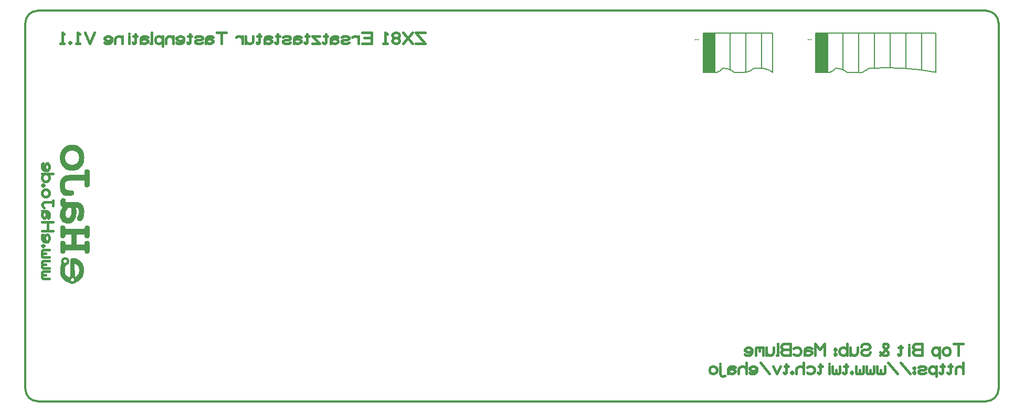
<source format=gbr>
G04 GENERATED BY PULSONIX 12.5 GERBER.DLL 9449*
G04 #@! TF.GenerationSoftware,Pulsonix,Pulsonix,12.5.9449*
G04 #@! TF.CreationDate,2024-10-25T19:42:57--1:00*
G04 #@! TF.Part,Single*
%FSLAX35Y35*%
%LPD*%
%MOMM*%
G04 #@! TF.FileFunction,Legend,Bot*
G04 #@! TF.FilePolarity,Positive*
%ADD97C,0.00001*%
G04 #@! TA.AperFunction,Profile*
%ADD98C,0.30000*%
G04 #@! TD.AperFunction*
%ADD99C,0.45000*%
G04 #@! TA.AperFunction,Material*
%ADD112C,0.02500*%
%ADD113C,0.12700*%
G04 #@! TD.AperFunction*
%ADD114C,0.12192*%
G04 #@! TD.AperFunction*
X0Y0D02*
D02*
D97*
X1678320Y3331836D02*
X1362891D01*
Y3346484D01*
X1360937Y3359180D01*
X1358984Y3367969D01*
X1356055Y3373828D01*
X1350195Y3379688D01*
X1343359Y3383594D01*
X1335547Y3386523D01*
X1326758Y3387500D01*
X1316992Y3386523D01*
X1308203Y3384570D01*
X1301367Y3379688D01*
X1296484Y3374805D01*
X1294531Y3370898D01*
X1292578Y3366992D01*
X1290625Y3362109D01*
X1289648Y3356250D01*
X1288672Y3348438D01*
X1287695Y3340625D01*
Y3330859D01*
Y3321094D01*
Y3243945D01*
Y3228320D01*
X1289648Y3215625D01*
X1292578Y3205859D01*
X1296484Y3198047D01*
X1301367Y3193164D01*
X1308203Y3189258D01*
X1316016Y3186328D01*
X1325781D01*
X1336523Y3187305D01*
X1344336Y3190234D01*
X1352148Y3194141D01*
X1358008Y3200977D01*
X1360937Y3208789D01*
X1362891Y3218555D01*
X1363867Y3230273D01*
X1364844Y3243945D01*
Y3249805D01*
X1466406D01*
Y3075000D01*
X1364844D01*
Y3088672D01*
X1363867Y3099414D01*
X1362891Y3109180D01*
X1359961Y3117969D01*
X1356055Y3124805D01*
X1350195Y3131641D01*
X1343359Y3135547D01*
X1335547Y3138477D01*
X1326758Y3139453D01*
X1316992Y3138477D01*
X1308203Y3136523D01*
X1301367Y3132617D01*
X1296484Y3127734D01*
X1292578Y3120898D01*
X1289648Y3111133D01*
X1287695Y3099414D01*
Y3085742D01*
Y2987109D01*
Y2974414D01*
X1289648Y2962695D01*
X1293555Y2953906D01*
X1297461Y2948047D01*
X1303320Y2943164D01*
X1310156Y2940234D01*
X1317969Y2938281D01*
X1326758Y2937305D01*
X1336523Y2938281D01*
X1344336Y2941211D01*
X1351172Y2945117D01*
X1356055Y2950000D01*
X1358984Y2956836D01*
X1360937Y2965625D01*
X1362891Y2978320D01*
Y2992969D01*
X1678320D01*
X1679297Y2978320D01*
X1681250Y2965625D01*
X1684180Y2956836D01*
X1687109Y2950000D01*
X1691992Y2945117D01*
X1698828Y2941211D01*
X1707617Y2938281D01*
X1717383Y2937305D01*
X1726172Y2938281D01*
X1733984Y2940234D01*
X1739844Y2943164D01*
X1745703Y2948047D01*
X1750586Y2954883D01*
X1753516Y2963672D01*
X1755469Y2975391D01*
Y2989063D01*
Y3081836D01*
Y3097461D01*
X1753516Y3109180D01*
X1751562Y3118945D01*
X1747656Y3125781D01*
X1742773Y3131641D01*
X1735937Y3136523D01*
X1727148Y3138477D01*
X1717383Y3139453D01*
X1707617Y3138477D01*
X1698828Y3135547D01*
X1691992Y3130664D01*
X1686133Y3123828D01*
X1683203Y3116016D01*
X1680273Y3106250D01*
X1679297Y3093555D01*
X1678320Y3079883D01*
Y3075000D01*
X1540625D01*
Y3249805D01*
X1678320D01*
Y3236133D01*
X1679297Y3224414D01*
X1681250Y3214648D01*
X1683203Y3206836D01*
X1687109Y3200000D01*
X1692969Y3193164D01*
X1699805Y3189258D01*
X1707617Y3187305D01*
X1717383Y3186328D01*
X1727148Y3187305D01*
X1735937Y3189258D01*
X1742773Y3193164D01*
X1747656Y3200000D01*
X1751562Y3206836D01*
X1753516Y3216602D01*
X1755469Y3230273D01*
Y3247852D01*
Y3336719D01*
Y3350391D01*
X1753516Y3361133D01*
X1750586Y3369922D01*
X1745703Y3376758D01*
X1739844Y3381641D01*
X1733984Y3384570D01*
X1726172Y3386523D01*
X1717383Y3387500D01*
X1707617Y3386523D01*
X1699805Y3384570D01*
X1692969Y3379688D01*
X1687109Y3374805D01*
X1684180Y3367969D01*
X1681250Y3359180D01*
X1679297Y3346484D01*
X1678320Y3331836D01*
G36*
X1678320Y3331836D02*
X1362891D01*
Y3346484D01*
X1360937Y3359180D01*
X1358984Y3367969D01*
X1356055Y3373828D01*
X1350195Y3379688D01*
X1343359Y3383594D01*
X1335547Y3386523D01*
X1326758Y3387500D01*
X1316992Y3386523D01*
X1308203Y3384570D01*
X1301367Y3379688D01*
X1296484Y3374805D01*
X1294531Y3370898D01*
X1292578Y3366992D01*
X1290625Y3362109D01*
X1289648Y3356250D01*
X1288672Y3348438D01*
X1287695Y3340625D01*
Y3330859D01*
Y3321094D01*
Y3243945D01*
Y3228320D01*
X1289648Y3215625D01*
X1292578Y3205859D01*
X1296484Y3198047D01*
X1301367Y3193164D01*
X1308203Y3189258D01*
X1316016Y3186328D01*
X1325781D01*
X1336523Y3187305D01*
X1344336Y3190234D01*
X1352148Y3194141D01*
X1358008Y3200977D01*
X1360937Y3208789D01*
X1362891Y3218555D01*
X1363867Y3230273D01*
X1364844Y3243945D01*
Y3249805D01*
X1466406D01*
Y3075000D01*
X1364844D01*
Y3088672D01*
X1363867Y3099414D01*
X1362891Y3109180D01*
X1359961Y3117969D01*
X1356055Y3124805D01*
X1350195Y3131641D01*
X1343359Y3135547D01*
X1335547Y3138477D01*
X1326758Y3139453D01*
X1316992Y3138477D01*
X1308203Y3136523D01*
X1301367Y3132617D01*
X1296484Y3127734D01*
X1292578Y3120898D01*
X1289648Y3111133D01*
X1287695Y3099414D01*
Y3085742D01*
Y2987109D01*
Y2974414D01*
X1289648Y2962695D01*
X1293555Y2953906D01*
X1297461Y2948047D01*
X1303320Y2943164D01*
X1310156Y2940234D01*
X1317969Y2938281D01*
X1326758Y2937305D01*
X1336523Y2938281D01*
X1344336Y2941211D01*
X1351172Y2945117D01*
X1356055Y2950000D01*
X1358984Y2956836D01*
X1360937Y2965625D01*
X1362891Y2978320D01*
Y2992969D01*
X1678320D01*
X1679297Y2978320D01*
X1681250Y2965625D01*
X1684180Y2956836D01*
X1687109Y2950000D01*
X1691992Y2945117D01*
X1698828Y2941211D01*
X1707617Y2938281D01*
X1717383Y2937305D01*
X1726172Y2938281D01*
X1733984Y2940234D01*
X1739844Y2943164D01*
X1745703Y2948047D01*
X1750586Y2954883D01*
X1753516Y2963672D01*
X1755469Y2975391D01*
Y2989063D01*
Y3081836D01*
Y3097461D01*
X1753516Y3109180D01*
X1751562Y3118945D01*
X1747656Y3125781D01*
X1742773Y3131641D01*
X1735937Y3136523D01*
X1727148Y3138477D01*
X1717383Y3139453D01*
X1707617Y3138477D01*
X1698828Y3135547D01*
X1691992Y3130664D01*
X1686133Y3123828D01*
X1683203Y3116016D01*
X1680273Y3106250D01*
X1679297Y3093555D01*
X1678320Y3079883D01*
Y3075000D01*
X1540625D01*
Y3249805D01*
X1678320D01*
Y3236133D01*
X1679297Y3224414D01*
X1681250Y3214648D01*
X1683203Y3206836D01*
X1687109Y3200000D01*
X1692969Y3193164D01*
X1699805Y3189258D01*
X1707617Y3187305D01*
X1717383Y3186328D01*
X1727148Y3187305D01*
X1735937Y3189258D01*
X1742773Y3193164D01*
X1747656Y3200000D01*
X1751562Y3206836D01*
X1753516Y3216602D01*
X1755469Y3230273D01*
Y3247852D01*
Y3336719D01*
Y3350391D01*
X1753516Y3361133D01*
X1750586Y3369922D01*
X1745703Y3376758D01*
X1739844Y3381641D01*
X1733984Y3384570D01*
X1726172Y3386523D01*
X1717383Y3387500D01*
X1707617Y3386523D01*
X1699805Y3384570D01*
X1692969Y3379688D01*
X1687109Y3374805D01*
X1684180Y3367969D01*
X1681250Y3359180D01*
X1679297Y3346484D01*
X1678320Y3331836D01*
G37*
X1331641Y3826953D02*
X1322852Y3825977D01*
X1315039Y3824023D01*
X1309180Y3820117D01*
X1303320Y3815234D01*
X1298437Y3808398D01*
X1295508Y3801563D01*
X1293555Y3793750D01*
Y3783984D01*
Y3726367D01*
Y3719531D01*
X1295508Y3712695D01*
X1298437Y3706836D01*
X1301367Y3700977D01*
X1313086Y3693164D01*
X1328711Y3688281D01*
X1319922Y3676563D01*
X1312109Y3662891D01*
X1305273Y3650195D01*
X1299414Y3635547D01*
X1292578Y3616992D01*
X1287695Y3598438D01*
X1284766Y3578906D01*
X1283789Y3558398D01*
X1284766Y3543750D01*
X1285742Y3530078D01*
X1288672Y3517383D01*
X1292578Y3504688D01*
X1297461Y3492969D01*
X1303320Y3481250D01*
X1310156Y3471484D01*
X1317969Y3461719D01*
X1326758Y3452930D01*
X1336523Y3445117D01*
X1346289Y3438281D01*
X1357031Y3433398D01*
X1368750Y3429492D01*
X1380469Y3426563D01*
X1393164Y3424609D01*
X1405859Y3423633D01*
X1421484Y3424609D01*
X1437109Y3426563D01*
X1450781Y3430469D01*
X1463477Y3436328D01*
X1476172Y3443164D01*
X1486914Y3451953D01*
X1497656Y3462695D01*
X1506445Y3474414D01*
X1514258Y3487109D01*
X1522070Y3500781D01*
X1527930Y3515430D01*
X1532812Y3531055D01*
X1535742Y3547656D01*
X1538672Y3566211D01*
X1540625Y3585742D01*
Y3606250D01*
Y3628711D01*
X1538672Y3651172D01*
X1533789Y3682422D01*
X1546484Y3680469D01*
X1557227Y3676563D01*
X1566992Y3671680D01*
X1574805Y3664844D01*
X1581641Y3656055D01*
X1587500Y3643359D01*
X1590430Y3628711D01*
X1591406Y3611133D01*
X1590430Y3598438D01*
X1587500Y3583789D01*
X1583594Y3568164D01*
X1576758Y3551563D01*
X1569922Y3533984D01*
X1565039Y3520313D01*
X1562109Y3508594D01*
X1561133Y3499805D01*
X1562109Y3491992D01*
X1564062Y3485156D01*
X1567969Y3478320D01*
X1572852Y3473438D01*
X1579687Y3468555D01*
X1586523Y3465625D01*
X1595312Y3463672D01*
X1604102Y3462695D01*
X1610937Y3463672D01*
X1618750Y3465625D01*
X1624609Y3469531D01*
X1631445Y3475391D01*
X1637305Y3482227D01*
X1642187Y3491016D01*
X1647070Y3500781D01*
X1651953Y3512500D01*
X1658789Y3534961D01*
X1663672Y3561328D01*
X1666602Y3589648D01*
X1667578Y3621875D01*
X1666602Y3638477D01*
X1664648Y3654102D01*
X1662695Y3668750D01*
X1657812Y3682422D01*
X1652930Y3695117D01*
X1647070Y3706836D01*
X1639258Y3717578D01*
X1631445Y3727344D01*
X1621680Y3736133D01*
X1610937Y3743945D01*
X1599219Y3749805D01*
X1586523Y3754688D01*
X1572852Y3759570D01*
X1558203Y3761523D01*
X1542578Y3763477D01*
X1525000Y3764453D01*
X1369727D01*
Y3770313D01*
X1368750Y3783984D01*
X1367773Y3795703D01*
X1365820Y3804492D01*
X1362891Y3812305D01*
X1357031Y3818164D01*
X1350195Y3823047D01*
X1342383Y3825977D01*
X1331641Y3826953D01*
X1466406Y3653125D02*
X1468359Y3635547D01*
X1469336Y3616992D01*
X1467383Y3591602D01*
X1464453Y3570117D01*
X1459570Y3550586D01*
X1451758Y3533984D01*
X1442969Y3522266D01*
X1433203Y3514453D01*
X1422461Y3508594D01*
X1410742Y3507617D01*
X1400977Y3508594D01*
X1393164Y3511523D01*
X1386328Y3516406D01*
X1379492Y3523242D01*
X1372656Y3532031D01*
X1368750Y3542773D01*
X1365820Y3554492D01*
X1364844Y3567188D01*
X1365820Y3588672D01*
X1370703Y3609180D01*
X1377539Y3629688D01*
X1388281Y3648242D01*
X1393164Y3656055D01*
X1398047Y3662891D01*
X1403906Y3668750D01*
X1408789Y3673633D01*
X1413672Y3677539D01*
X1418555Y3680469D01*
X1423437Y3681445D01*
X1428320Y3682422D01*
X1460547D01*
X1466406Y3653125D01*
X1283789Y3558398D02*
G36*
X1283789Y3558398D02*
X1284766Y3543750D01*
X1285742Y3530078D01*
X1288672Y3517383D01*
X1292578Y3504688D01*
X1297461Y3492969D01*
X1303320Y3481250D01*
X1310156Y3471484D01*
X1317969Y3461719D01*
X1326758Y3452930D01*
X1336523Y3445117D01*
X1346289Y3438281D01*
X1357031Y3433398D01*
X1368750Y3429492D01*
X1380469Y3426563D01*
X1393164Y3424609D01*
X1405859Y3423633D01*
X1421484Y3424609D01*
X1437109Y3426563D01*
X1450781Y3430469D01*
X1463477Y3436328D01*
X1476172Y3443164D01*
X1486914Y3451953D01*
X1497656Y3462695D01*
X1506445Y3474414D01*
X1514258Y3487109D01*
X1522070Y3500781D01*
X1527930Y3515430D01*
X1532812Y3531055D01*
X1535742Y3547656D01*
X1538672Y3566211D01*
X1540625Y3585742D01*
Y3595019D01*
X1467646D01*
X1467383Y3591602D01*
X1464453Y3570117D01*
X1459570Y3550586D01*
X1451758Y3533984D01*
X1442969Y3522266D01*
X1433203Y3514453D01*
X1422461Y3508594D01*
X1410742Y3507617D01*
X1400977Y3508594D01*
X1393164Y3511523D01*
X1386328Y3516406D01*
X1379492Y3523242D01*
X1372656Y3532031D01*
X1368750Y3542773D01*
X1365820Y3554492D01*
X1364844Y3567188D01*
X1365820Y3588672D01*
X1367331Y3595019D01*
X1287182D01*
X1284766Y3578906D01*
X1283789Y3558398D01*
G37*
X1561133Y3499805D02*
G36*
X1561133Y3499805D02*
X1562109Y3491992D01*
X1564062Y3485156D01*
X1567969Y3478320D01*
X1572852Y3473438D01*
X1579687Y3468555D01*
X1586523Y3465625D01*
X1595312Y3463672D01*
X1604102Y3462695D01*
X1610937Y3463672D01*
X1618750Y3465625D01*
X1624609Y3469531D01*
X1631445Y3475391D01*
X1637305Y3482227D01*
X1642187Y3491016D01*
X1647070Y3500781D01*
X1651953Y3512500D01*
X1658789Y3534961D01*
X1663672Y3561328D01*
X1666602Y3589648D01*
X1666765Y3595019D01*
X1589746D01*
X1587500Y3583789D01*
X1583594Y3568164D01*
X1576758Y3551563D01*
X1569922Y3533984D01*
X1565039Y3520313D01*
X1562109Y3508594D01*
X1561133Y3499805D01*
G37*
X1287182Y3595019D02*
G36*
X1287182Y3595019D02*
X1367331D01*
X1370703Y3609180D01*
X1377539Y3629688D01*
X1388281Y3648242D01*
X1393164Y3656055D01*
X1398047Y3662891D01*
X1403906Y3668750D01*
X1408789Y3673633D01*
X1413672Y3677539D01*
X1418555Y3680469D01*
X1423437Y3681445D01*
X1428320Y3682422D01*
X1460547D01*
X1466406Y3653125D01*
X1468359Y3635547D01*
X1469336Y3616992D01*
X1467646Y3595019D01*
X1540625D01*
Y3606250D01*
Y3628711D01*
X1538672Y3651172D01*
X1533789Y3682422D01*
X1546484Y3680469D01*
X1557227Y3676563D01*
X1566992Y3671680D01*
X1574805Y3664844D01*
X1581641Y3656055D01*
X1587500Y3643359D01*
X1590430Y3628711D01*
X1591406Y3611133D01*
X1590430Y3598438D01*
X1589746Y3595019D01*
X1666765D01*
X1667578Y3621875D01*
X1666602Y3638477D01*
X1664648Y3654102D01*
X1662695Y3668750D01*
X1657812Y3682422D01*
X1652930Y3695117D01*
X1647070Y3706836D01*
X1639258Y3717578D01*
X1631445Y3727344D01*
X1621680Y3736133D01*
X1610937Y3743945D01*
X1599219Y3749805D01*
X1586523Y3754688D01*
X1572852Y3759570D01*
X1558203Y3761523D01*
X1542578Y3763477D01*
X1525000Y3764453D01*
X1369727D01*
Y3770313D01*
X1368750Y3783984D01*
X1367773Y3795703D01*
X1365820Y3804492D01*
X1362891Y3812305D01*
X1357031Y3818164D01*
X1350195Y3823047D01*
X1342383Y3825977D01*
X1331641Y3826953D01*
X1322852Y3825977D01*
X1315039Y3824023D01*
X1309180Y3820117D01*
X1303320Y3815234D01*
X1298437Y3808398D01*
X1295508Y3801563D01*
X1293555Y3793750D01*
Y3783984D01*
Y3726367D01*
Y3719531D01*
X1295508Y3712695D01*
X1298437Y3706836D01*
X1301367Y3700977D01*
X1313086Y3693164D01*
X1328711Y3688281D01*
X1319922Y3676563D01*
X1312109Y3662891D01*
X1305273Y3650195D01*
X1299414Y3635547D01*
X1292578Y3616992D01*
X1287695Y3598438D01*
X1287182Y3595019D01*
G37*
X1717383Y4292773D02*
X1707617Y4291797D01*
X1698828Y4288867D01*
X1691992Y4284961D01*
X1686133Y4279102D01*
X1683203Y4272266D01*
X1680273Y4263477D01*
X1679297Y4251758D01*
X1678320Y4237109D01*
Y4201953D01*
X1453711D01*
X1432227Y4200977D01*
X1412695Y4199023D01*
X1394141Y4196094D01*
X1376562Y4192188D01*
X1360937Y4186328D01*
X1347266Y4179492D01*
X1334570Y4171680D01*
X1323828Y4162891D01*
X1314062Y4152148D01*
X1306250Y4139453D01*
X1298437Y4126758D01*
X1292578Y4111133D01*
X1288672Y4095508D01*
X1284766Y4076953D01*
X1282812Y4058398D01*
Y4037891D01*
Y4019336D01*
X1284766Y4001758D01*
X1286719Y3985156D01*
X1290625Y3968555D01*
X1294531Y3952930D01*
X1301367Y3936328D01*
X1308203Y3919727D01*
X1316992Y3903125D01*
X1320898Y3895313D01*
X1325781Y3889453D01*
X1329687Y3884570D01*
X1334570Y3881641D01*
X1340430Y3879688D01*
X1347266Y3877734D01*
X1356055Y3876758D01*
X1365820D01*
X1452734D01*
X1467383D01*
X1478125Y3878711D01*
X1486914Y3880664D01*
X1492773Y3884570D01*
X1497656Y3889453D01*
X1501562Y3896289D01*
X1503516Y3903125D01*
X1504492Y3910938D01*
X1502539Y3923633D01*
X1498633Y3933398D01*
X1491797Y3942188D01*
X1482031Y3947070D01*
X1477148Y3949023D01*
X1471289Y3950977D01*
X1467383D01*
X1462500Y3951953D01*
X1457617D01*
X1450781D01*
X1446875D01*
X1426367Y3952930D01*
X1407812Y3955859D01*
X1396094Y3959766D01*
X1385352Y3966602D01*
X1376562Y3973438D01*
X1367773Y3982227D01*
X1361914Y3993945D01*
X1357031Y4005664D01*
X1355078Y4019336D01*
X1354102Y4033984D01*
X1355078Y4055469D01*
X1359961Y4073047D01*
X1367773Y4087695D01*
X1378516Y4099414D01*
X1385352Y4103320D01*
X1392187Y4108203D01*
X1401953Y4111133D01*
X1411719Y4114063D01*
X1423437Y4116016D01*
X1435156Y4117969D01*
X1448828Y4118945D01*
X1463477D01*
X1678320D01*
Y4065234D01*
X1679297Y4049609D01*
X1680273Y4037891D01*
X1683203Y4029102D01*
X1686133Y4022266D01*
X1691992Y4016406D01*
X1698828Y4011523D01*
X1707617Y4009570D01*
X1717383Y4008594D01*
X1726172D01*
X1733984Y4010547D01*
X1739844Y4014453D01*
X1745703Y4018359D01*
X1750586Y4024219D01*
X1753516Y4031055D01*
X1755469Y4038867D01*
Y4047656D01*
Y4254688D01*
Y4263477D01*
X1753516Y4271289D01*
X1749609Y4277148D01*
X1744727Y4283008D01*
X1738867Y4286914D01*
X1733008Y4289844D01*
X1725195Y4291797D01*
X1717383Y4292773D01*
G36*
X1717383Y4292773D02*
X1707617Y4291797D01*
X1698828Y4288867D01*
X1691992Y4284961D01*
X1686133Y4279102D01*
X1683203Y4272266D01*
X1680273Y4263477D01*
X1679297Y4251758D01*
X1678320Y4237109D01*
Y4201953D01*
X1453711D01*
X1432227Y4200977D01*
X1412695Y4199023D01*
X1394141Y4196094D01*
X1376562Y4192188D01*
X1360937Y4186328D01*
X1347266Y4179492D01*
X1334570Y4171680D01*
X1323828Y4162891D01*
X1314062Y4152148D01*
X1306250Y4139453D01*
X1298437Y4126758D01*
X1292578Y4111133D01*
X1288672Y4095508D01*
X1284766Y4076953D01*
X1282812Y4058398D01*
Y4037891D01*
Y4019336D01*
X1284766Y4001758D01*
X1286719Y3985156D01*
X1290625Y3968555D01*
X1294531Y3952930D01*
X1301367Y3936328D01*
X1308203Y3919727D01*
X1316992Y3903125D01*
X1320898Y3895313D01*
X1325781Y3889453D01*
X1329687Y3884570D01*
X1334570Y3881641D01*
X1340430Y3879688D01*
X1347266Y3877734D01*
X1356055Y3876758D01*
X1365820D01*
X1452734D01*
X1467383D01*
X1478125Y3878711D01*
X1486914Y3880664D01*
X1492773Y3884570D01*
X1497656Y3889453D01*
X1501562Y3896289D01*
X1503516Y3903125D01*
X1504492Y3910938D01*
X1502539Y3923633D01*
X1498633Y3933398D01*
X1491797Y3942188D01*
X1482031Y3947070D01*
X1477148Y3949023D01*
X1471289Y3950977D01*
X1467383D01*
X1462500Y3951953D01*
X1457617D01*
X1450781D01*
X1446875D01*
X1426367Y3952930D01*
X1407812Y3955859D01*
X1396094Y3959766D01*
X1385352Y3966602D01*
X1376562Y3973438D01*
X1367773Y3982227D01*
X1361914Y3993945D01*
X1357031Y4005664D01*
X1355078Y4019336D01*
X1354102Y4033984D01*
X1355078Y4055469D01*
X1359961Y4073047D01*
X1367773Y4087695D01*
X1378516Y4099414D01*
X1385352Y4103320D01*
X1392187Y4108203D01*
X1401953Y4111133D01*
X1411719Y4114063D01*
X1423437Y4116016D01*
X1435156Y4117969D01*
X1448828Y4118945D01*
X1463477D01*
X1678320D01*
Y4065234D01*
X1679297Y4049609D01*
X1680273Y4037891D01*
X1683203Y4029102D01*
X1686133Y4022266D01*
X1691992Y4016406D01*
X1698828Y4011523D01*
X1707617Y4009570D01*
X1717383Y4008594D01*
X1726172D01*
X1733984Y4010547D01*
X1739844Y4014453D01*
X1745703Y4018359D01*
X1750586Y4024219D01*
X1753516Y4031055D01*
X1755469Y4038867D01*
Y4047656D01*
Y4254688D01*
Y4263477D01*
X1753516Y4271289D01*
X1749609Y4277148D01*
X1744727Y4283008D01*
X1738867Y4286914D01*
X1733008Y4289844D01*
X1725195Y4291797D01*
X1717383Y4292773D01*
G37*
X1476172Y4688281D02*
X1455664Y4687305D01*
X1436133Y4685352D01*
X1416602Y4680469D01*
X1399023Y4674609D01*
X1382422Y4665820D01*
X1366797Y4656055D01*
X1351172Y4644336D01*
X1337500Y4630664D01*
X1324805Y4616016D01*
X1314062Y4600391D01*
X1305273Y4582813D01*
X1297461Y4565234D01*
X1291602Y4545703D01*
X1287695Y4526172D01*
X1284766Y4504688D01*
X1283789Y4482227D01*
X1284766Y4459766D01*
X1287695Y4439258D01*
X1291602Y4418750D01*
X1297461Y4400195D01*
X1305273Y4382617D01*
X1314062Y4365039D01*
X1324805Y4349414D01*
X1337500Y4334766D01*
X1351172Y4321094D01*
X1366797Y4309375D01*
X1382422Y4299609D01*
X1399023Y4290820D01*
X1416602Y4284961D01*
X1435156Y4280078D01*
X1454687Y4278125D01*
X1475195Y4277148D01*
X1495703Y4278125D01*
X1516211Y4280078D01*
X1534766Y4284961D01*
X1552344Y4290820D01*
X1568945Y4299609D01*
X1584570Y4309375D01*
X1600195Y4321094D01*
X1613867Y4334766D01*
X1626562Y4349414D01*
X1637305Y4365039D01*
X1646094Y4382617D01*
X1653906Y4400195D01*
X1659766Y4418750D01*
X1663672Y4439258D01*
X1666602Y4460742D01*
X1667578Y4482227D01*
X1666602Y4504688D01*
X1663672Y4526172D01*
X1659766Y4545703D01*
X1653906Y4565234D01*
X1646094Y4582813D01*
X1637305Y4600391D01*
X1626562Y4616016D01*
X1613867Y4630664D01*
X1600195Y4644336D01*
X1584570Y4656055D01*
X1568945Y4665820D01*
X1552344Y4674609D01*
X1534766Y4680469D01*
X1516211Y4685352D01*
X1496680Y4687305D01*
X1476172Y4688281D01*
Y4366016D02*
X1463477Y4366992D01*
X1451758Y4367969D01*
X1440039Y4370898D01*
X1429297Y4373828D01*
X1419531Y4378711D01*
X1409766Y4384570D01*
X1400977Y4391406D01*
X1392187Y4398242D01*
X1384375Y4407031D01*
X1377539Y4415820D01*
X1372656Y4425586D01*
X1367773Y4435352D01*
X1363867Y4447070D01*
X1361914Y4457813D01*
X1359961Y4470508D01*
Y4483203D01*
Y4494922D01*
X1361914Y4507617D01*
X1363867Y4519336D01*
X1367773Y4530078D01*
X1372656Y4539844D01*
X1377539Y4549609D01*
X1384375Y4558398D01*
X1392187Y4567188D01*
X1400977Y4575000D01*
X1409766Y4581836D01*
X1419531Y4587695D01*
X1429297Y4591602D01*
X1440039Y4595508D01*
X1450781Y4598438D01*
X1463477Y4599414D01*
X1475195Y4600391D01*
X1487891Y4599414D01*
X1499609Y4598438D01*
X1511328Y4595508D01*
X1522070Y4591602D01*
X1531836Y4587695D01*
X1541602Y4581836D01*
X1551367Y4575000D01*
X1559180Y4567188D01*
X1566992Y4558398D01*
X1573828Y4549609D01*
X1579687Y4539844D01*
X1584570Y4530078D01*
X1587500Y4519336D01*
X1590430Y4507617D01*
X1591406Y4494922D01*
X1592383Y4483203D01*
X1591406Y4470508D01*
X1590430Y4457813D01*
X1587500Y4447070D01*
X1584570Y4435352D01*
X1579687Y4425586D01*
X1573828Y4415820D01*
X1566992Y4407031D01*
X1559180Y4398242D01*
X1551367Y4391406D01*
X1541602Y4384570D01*
X1532812Y4378711D01*
X1522070Y4373828D01*
X1511328Y4370898D01*
X1500586Y4367969D01*
X1488867Y4366992D01*
X1476172Y4366016D01*
X1283831Y4483203D02*
G36*
X1283831Y4483203D02*
X1359961D01*
Y4494922D01*
X1361914Y4507617D01*
X1363867Y4519336D01*
X1367773Y4530078D01*
X1372656Y4539844D01*
X1377539Y4549609D01*
X1384375Y4558398D01*
X1392187Y4567188D01*
X1400977Y4575000D01*
X1409766Y4581836D01*
X1419531Y4587695D01*
X1429297Y4591602D01*
X1440039Y4595508D01*
X1450781Y4598438D01*
X1463477Y4599414D01*
X1475195Y4600391D01*
X1487891Y4599414D01*
X1499609Y4598438D01*
X1511328Y4595508D01*
X1522070Y4591602D01*
X1531836Y4587695D01*
X1541602Y4581836D01*
X1551367Y4575000D01*
X1559180Y4567188D01*
X1566992Y4558398D01*
X1573828Y4549609D01*
X1579687Y4539844D01*
X1584570Y4530078D01*
X1587500Y4519336D01*
X1590430Y4507617D01*
X1591406Y4494922D01*
X1592383Y4483203D01*
X1667536D01*
X1666602Y4504688D01*
X1663672Y4526172D01*
X1659766Y4545703D01*
X1653906Y4565234D01*
X1646094Y4582813D01*
X1637305Y4600391D01*
X1626562Y4616016D01*
X1613867Y4630664D01*
X1600195Y4644336D01*
X1584570Y4656055D01*
X1568945Y4665820D01*
X1552344Y4674609D01*
X1534766Y4680469D01*
X1516211Y4685352D01*
X1496680Y4687305D01*
X1476172Y4688281D01*
X1455664Y4687305D01*
X1436133Y4685352D01*
X1416602Y4680469D01*
X1399023Y4674609D01*
X1382422Y4665820D01*
X1366797Y4656055D01*
X1351172Y4644336D01*
X1337500Y4630664D01*
X1324805Y4616016D01*
X1314062Y4600391D01*
X1305273Y4582813D01*
X1297461Y4565234D01*
X1291602Y4545703D01*
X1287695Y4526172D01*
X1284766Y4504688D01*
X1283831Y4483203D01*
G37*
X1283789Y4482227D02*
G36*
X1283789Y4482227D02*
X1284766Y4459766D01*
X1287695Y4439258D01*
X1291602Y4418750D01*
X1297461Y4400195D01*
X1305273Y4382617D01*
X1314062Y4365039D01*
X1324805Y4349414D01*
X1337500Y4334766D01*
X1351172Y4321094D01*
X1366797Y4309375D01*
X1382422Y4299609D01*
X1399023Y4290820D01*
X1416602Y4284961D01*
X1435156Y4280078D01*
X1454687Y4278125D01*
X1475195Y4277148D01*
X1495703Y4278125D01*
X1516211Y4280078D01*
X1534766Y4284961D01*
X1552344Y4290820D01*
X1568945Y4299609D01*
X1584570Y4309375D01*
X1600195Y4321094D01*
X1613867Y4334766D01*
X1626562Y4349414D01*
X1637305Y4365039D01*
X1646094Y4382617D01*
X1653906Y4400195D01*
X1659766Y4418750D01*
X1663672Y4439258D01*
X1666602Y4460742D01*
X1667578Y4482227D01*
X1667536Y4483203D01*
X1592383D01*
X1591406Y4470508D01*
X1590430Y4457813D01*
X1587500Y4447070D01*
X1584570Y4435352D01*
X1579687Y4425586D01*
X1573828Y4415820D01*
X1566992Y4407031D01*
X1559180Y4398242D01*
X1551367Y4391406D01*
X1541602Y4384570D01*
X1532812Y4378711D01*
X1522070Y4373828D01*
X1511328Y4370898D01*
X1500586Y4367969D01*
X1488867Y4366992D01*
X1476172Y4366016D01*
X1463477Y4366992D01*
X1451758Y4367969D01*
X1440039Y4370898D01*
X1429297Y4373828D01*
X1419531Y4378711D01*
X1409766Y4384570D01*
X1400977Y4391406D01*
X1392187Y4398242D01*
X1384375Y4407031D01*
X1377539Y4415820D01*
X1372656Y4425586D01*
X1367773Y4435352D01*
X1363867Y4447070D01*
X1361914Y4457813D01*
X1359961Y4470508D01*
Y4483203D01*
X1283831D01*
X1283789Y4482227D01*
G37*
X1415625Y2778125D02*
X1421484Y2788867D01*
X1424414Y2799609D01*
X1425391Y2812305D01*
X1424414Y2824023D01*
X1421484Y2835742D01*
X1415625Y2846484D01*
X1407812Y2855273D01*
X1398047Y2863086D01*
X1387305Y2868945D01*
X1375586Y2871875D01*
X1363867Y2873828D01*
X1352148Y2871875D01*
X1339453Y2868945D01*
X1329687Y2863086D01*
X1319922Y2856250D01*
X1312109Y2846484D01*
X1306250Y2835742D01*
X1303320Y2824023D01*
X1302344Y2812305D01*
X1303320Y2799609D01*
X1310156Y2783008D01*
X1302344Y2761523D01*
X1296484Y2741016D01*
X1291602Y2721484D01*
X1288672Y2700977D01*
X1287695Y2680469D01*
Y2660938D01*
X1288672Y2639453D01*
X1290625Y2618945D01*
X1294531Y2600391D01*
X1300391Y2581836D01*
X1307227Y2565234D01*
X1316016Y2549609D01*
X1325781Y2533984D01*
X1337500Y2520313D01*
X1358008Y2502734D01*
X1381445Y2488086D01*
X1407812Y2477344D01*
X1437109Y2469531D01*
X1448828Y2459766D01*
X1462500Y2452930D01*
X1478125Y2450977D01*
X1494727Y2451953D01*
X1505469Y2455859D01*
X1516211Y2460742D01*
X1525000Y2467578D01*
X1532812Y2476367D01*
X1554297Y2484180D01*
X1574805Y2494922D01*
X1593359Y2508594D01*
X1610937Y2524219D01*
X1622656Y2538867D01*
X1633398Y2554492D01*
X1642187Y2571094D01*
X1649023Y2588672D01*
X1654883Y2607227D01*
X1658789Y2627734D01*
X1661719Y2648242D01*
X1662695Y2669727D01*
X1661719Y2690234D01*
X1659766Y2708789D01*
X1655859Y2726367D01*
X1650000Y2743945D01*
X1643164Y2760547D01*
X1635352Y2775195D01*
X1625586Y2789844D01*
X1613867Y2803516D01*
X1601172Y2816211D01*
X1587500Y2826953D01*
X1572852Y2836719D01*
X1558203Y2844531D01*
X1542578Y2850391D01*
X1526953Y2854297D01*
X1509375Y2857227D01*
X1492773D01*
X1481055D01*
X1471289Y2855273D01*
X1464453Y2851367D01*
X1458594Y2846484D01*
X1454687Y2839648D01*
X1452734Y2827930D01*
X1450781Y2813281D01*
Y2793750D01*
Y2565234D01*
X1441992Y2559375D01*
X1434180Y2551563D01*
X1418555Y2555469D01*
X1404883Y2562305D01*
X1392187Y2570117D01*
X1381445Y2580859D01*
X1369727Y2597461D01*
X1360937Y2616992D01*
X1356055Y2640430D01*
X1355078Y2666797D01*
X1356055Y2685352D01*
X1359961Y2706836D01*
X1365820Y2728320D01*
X1374609Y2750781D01*
X1375586D01*
X1387305Y2754688D01*
X1399023Y2760547D01*
X1407812Y2768359D01*
X1415625Y2778125D01*
X1572852Y2591602D02*
X1563086Y2580859D01*
X1551367Y2571094D01*
X1539648Y2563281D01*
X1525000Y2556445D01*
X1515234Y2565234D01*
X1514258Y2773242D01*
X1530859Y2769336D01*
X1546484Y2762500D01*
X1560156Y2752734D01*
X1571875Y2741016D01*
X1582617Y2725391D01*
X1589453Y2708789D01*
X1594336Y2690234D01*
X1596289Y2669727D01*
X1594336Y2647266D01*
X1590430Y2626758D01*
X1582617Y2608203D01*
X1572852Y2591602D01*
X1456641Y2529102D02*
X1460547Y2533984D01*
X1465430Y2537891D01*
X1470312Y2540820D01*
X1476172Y2542773D01*
X1482031D01*
X1487891D01*
X1493750Y2540820D01*
X1498633Y2537891D01*
X1503516Y2533984D01*
X1507422Y2529102D01*
X1510352Y2524219D01*
X1511328Y2518359D01*
X1512305Y2512500D01*
X1511328Y2506641D01*
X1510352Y2500781D01*
X1507422Y2494922D01*
X1503516Y2491016D01*
X1499609Y2487109D01*
X1488867Y2482227D01*
X1482031D01*
X1476172D01*
X1471289Y2484180D01*
X1465430Y2487109D01*
X1460547Y2490039D01*
X1457617Y2494922D01*
X1454687Y2499805D01*
X1452734Y2505664D01*
X1451758Y2511523D01*
X1452734Y2517383D01*
X1454687Y2523242D01*
X1456641Y2529102D01*
X1338477Y2828906D02*
X1342383Y2833789D01*
X1347266Y2836719D01*
X1352148Y2839648D01*
X1358984Y2841602D01*
X1364844Y2842578D01*
X1370703Y2841602D01*
X1375586Y2839648D01*
X1381445Y2837695D01*
X1389258Y2828906D01*
X1394141Y2818164D01*
X1395117Y2811328D01*
X1394141Y2805469D01*
X1392187Y2799609D01*
X1389258Y2794727D01*
X1385352Y2789844D01*
X1380469Y2785938D01*
X1369727Y2782031D01*
X1363867Y2781055D01*
X1358008Y2782031D01*
X1352148Y2783008D01*
X1347266Y2786914D01*
X1342383Y2790820D01*
X1338477Y2795703D01*
X1335547Y2800586D01*
X1334570Y2806445D01*
X1333594Y2812305D01*
X1334570Y2818164D01*
X1335547Y2823047D01*
X1338477Y2828906D01*
X1287695Y2680469D02*
G36*
X1287695Y2680469D02*
Y2664843D01*
X1355150D01*
X1355078Y2666797D01*
X1356055Y2685352D01*
X1359961Y2706836D01*
X1365820Y2728320D01*
X1374609Y2750781D01*
X1375586D01*
X1387305Y2754688D01*
X1399023Y2760547D01*
X1407812Y2768359D01*
X1415625Y2778125D01*
X1421484Y2788867D01*
X1424414Y2799609D01*
X1425353Y2811816D01*
X1395047D01*
X1395117Y2811328D01*
X1394141Y2805469D01*
X1392187Y2799609D01*
X1389258Y2794727D01*
X1385352Y2789844D01*
X1380469Y2785938D01*
X1369727Y2782031D01*
X1363867Y2781055D01*
X1358008Y2782031D01*
X1352148Y2783008D01*
X1347266Y2786914D01*
X1342383Y2790820D01*
X1338477Y2795703D01*
X1335547Y2800586D01*
X1334570Y2806445D01*
X1333675Y2811816D01*
X1302382D01*
X1303320Y2799609D01*
X1310156Y2783008D01*
X1302344Y2761523D01*
X1296484Y2741016D01*
X1291602Y2721484D01*
X1288672Y2700977D01*
X1287695Y2680469D01*
G37*
X1302344Y2812305D02*
G36*
X1302344Y2812305D02*
X1302382Y2811816D01*
X1333675D01*
X1333594Y2812305D01*
X1334570Y2818164D01*
X1335547Y2823047D01*
X1338477Y2828906D01*
X1342383Y2833789D01*
X1347266Y2836719D01*
X1352148Y2839648D01*
X1358984Y2841602D01*
X1364844Y2842578D01*
X1370703Y2841602D01*
X1375586Y2839648D01*
X1381445Y2837695D01*
X1389258Y2828906D01*
X1394141Y2818164D01*
X1395047Y2811816D01*
X1425353D01*
X1425391Y2812305D01*
X1424414Y2824023D01*
X1421484Y2835742D01*
X1415625Y2846484D01*
X1407812Y2855273D01*
X1398047Y2863086D01*
X1387305Y2868945D01*
X1375586Y2871875D01*
X1363867Y2873828D01*
X1352148Y2871875D01*
X1339453Y2868945D01*
X1329687Y2863086D01*
X1319922Y2856250D01*
X1312109Y2846484D01*
X1306250Y2835742D01*
X1303320Y2824023D01*
X1302344Y2812305D01*
G37*
X1346615Y2512500D02*
G36*
X1346615Y2512500D02*
X1358008Y2502734D01*
X1381445Y2488086D01*
X1407812Y2477344D01*
X1437109Y2469531D01*
X1448828Y2459766D01*
X1462500Y2452930D01*
X1478125Y2450977D01*
X1494727Y2451953D01*
X1505469Y2455859D01*
X1516211Y2460742D01*
X1525000Y2467578D01*
X1532812Y2476367D01*
X1554297Y2484180D01*
X1574805Y2494922D01*
X1593359Y2508594D01*
X1597753Y2512500D01*
X1512305D01*
X1511328Y2506641D01*
X1510352Y2500781D01*
X1507422Y2494922D01*
X1503516Y2491016D01*
X1499609Y2487109D01*
X1488867Y2482227D01*
X1482031D01*
X1476172D01*
X1471289Y2484180D01*
X1465430Y2487109D01*
X1460547Y2490039D01*
X1457617Y2494922D01*
X1454687Y2499805D01*
X1452734Y2505664D01*
X1451758Y2511523D01*
X1451921Y2512500D01*
X1346615D01*
G37*
X1450781Y2813281D02*
G36*
X1450781Y2813281D02*
Y2811816D01*
X1605567D01*
X1601172Y2816211D01*
X1587500Y2826953D01*
X1572852Y2836719D01*
X1558203Y2844531D01*
X1542578Y2850391D01*
X1526953Y2854297D01*
X1509375Y2857227D01*
X1492773D01*
X1481055D01*
X1471289Y2855273D01*
X1464453Y2851367D01*
X1458594Y2846484D01*
X1454687Y2839648D01*
X1452734Y2827930D01*
X1450781Y2813281D01*
G37*
X1287695Y2664843D02*
G36*
X1287695Y2664843D02*
Y2660938D01*
X1288672Y2639453D01*
X1290625Y2618945D01*
X1294531Y2600391D01*
X1300391Y2581836D01*
X1307227Y2565234D01*
X1316016Y2549609D01*
X1325781Y2533984D01*
X1337500Y2520313D01*
X1346615Y2512500D01*
X1451921D01*
X1452734Y2517383D01*
X1454687Y2523242D01*
X1456641Y2529102D01*
X1460547Y2533984D01*
X1465430Y2537891D01*
X1470312Y2540820D01*
X1476172Y2542773D01*
X1482031D01*
X1487891D01*
X1493750Y2540820D01*
X1498633Y2537891D01*
X1503516Y2533984D01*
X1507422Y2529102D01*
X1510352Y2524219D01*
X1511328Y2518359D01*
X1512305Y2512500D01*
X1597753D01*
X1610937Y2524219D01*
X1622656Y2538867D01*
X1633398Y2554492D01*
X1642187Y2571094D01*
X1649023Y2588672D01*
X1654883Y2607227D01*
X1658789Y2627734D01*
X1661719Y2648242D01*
X1662473Y2664843D01*
X1595864D01*
X1594336Y2647266D01*
X1590430Y2626758D01*
X1582617Y2608203D01*
X1572852Y2591602D01*
X1563086Y2580859D01*
X1551367Y2571094D01*
X1539648Y2563281D01*
X1525000Y2556445D01*
X1515234Y2565234D01*
X1514767Y2664843D01*
X1450781D01*
Y2565234D01*
X1441992Y2559375D01*
X1434180Y2551563D01*
X1418555Y2555469D01*
X1404883Y2562305D01*
X1392187Y2570117D01*
X1381445Y2580859D01*
X1369727Y2597461D01*
X1360937Y2616992D01*
X1356055Y2640430D01*
X1355150Y2664843D01*
X1287695D01*
G37*
X1450781Y2811816D02*
G36*
X1450781Y2811816D02*
Y2793750D01*
Y2664843D01*
X1514767D01*
X1514258Y2773242D01*
X1530859Y2769336D01*
X1546484Y2762500D01*
X1560156Y2752734D01*
X1571875Y2741016D01*
X1582617Y2725391D01*
X1589453Y2708789D01*
X1594336Y2690234D01*
X1596289Y2669727D01*
X1595864Y2664843D01*
X1662473D01*
X1662695Y2669727D01*
X1661719Y2690234D01*
X1659766Y2708789D01*
X1655859Y2726367D01*
X1650000Y2743945D01*
X1643164Y2760547D01*
X1635352Y2775195D01*
X1625586Y2789844D01*
X1613867Y2803516D01*
X1605567Y2811816D01*
X1450781D01*
G37*
D02*
D98*
X16425000Y750000D02*
Y6650000D01*
G75*
G03*
X16225000Y6850000I-200000J0D01*
G01*
X925000D01*
G75*
G03*
X725000Y6650000I0J-200000D01*
G01*
Y750000D01*
G75*
G03*
X925000Y550000I200000J0D01*
G01*
X16225000D01*
G75*
G03*
X16425000Y750000I0J200000D01*
G01*
D02*
D99*
X1114353Y2525000D02*
X1009765Y2525000D01*
X994824Y2539941D01*
Y2569824D01*
X1009765Y2584765D01*
X1054588D01*
X1009765D02*
X994824Y2599706D01*
Y2629588D01*
X1009765Y2644529D01*
X1114353D01*
Y2697720D02*
X1009765Y2697720D01*
X994824Y2712661D01*
Y2742544D01*
X1009765Y2757485D01*
X1054588D01*
X1009765D02*
X994824Y2772426D01*
Y2802308D01*
X1009765Y2817249D01*
X1114353D01*
Y2870440D02*
X1009765Y2870440D01*
X994824Y2885381D01*
Y2915264D01*
X1009765Y2930205D01*
X1054588D01*
X1009765D02*
X994824Y2945146D01*
Y2975028D01*
X1009765Y2989969D01*
X1114353D01*
X994824Y3058101D02*
X1009765Y3073042D01*
X1024706Y3058101D01*
X1009765Y3043160D01*
X994824Y3058101D01*
X1009765Y3241429D02*
X994824Y3226488D01*
Y3196606D01*
Y3166724D01*
X1009765Y3136841D01*
X1039647Y3121900D01*
X1084471D01*
X1099412Y3136841D01*
X1114353Y3166724D01*
Y3196606D01*
X1099412Y3226488D01*
X1084471Y3241429D01*
X1069529D01*
X1054588Y3226488D01*
X1039647Y3196606D01*
Y3166724D01*
X1054588Y3136841D01*
X1069529Y3121900D01*
X994824Y3294620D02*
X1174118Y3294620D01*
X1084471D02*
X1084471Y3444032D01*
X994824D02*
X1174118Y3444032D01*
X1099412Y3500360D02*
X1114353Y3530242D01*
Y3575066D01*
X1099412Y3604948D01*
X1069529Y3619889D01*
X1024706D01*
X1009765Y3604948D01*
X994824Y3575066D01*
Y3545184D01*
X1009765Y3515301D01*
X1024706Y3500360D01*
X1039647D01*
X1054588Y3515301D01*
X1069529Y3545184D01*
Y3575066D01*
X1054588Y3604948D01*
X1039647Y3619889D01*
X1024706D02*
X994824Y3619889D01*
X1024706Y3673080D02*
X1009765Y3688021D01*
X994824Y3717904D01*
X1009765Y3747786D01*
X1024706Y3762727D01*
X1174118D01*
Y3792609D01*
Y3762727D02*
X1174118Y3702962D01*
X1039647Y3845800D02*
X1009765Y3860741D01*
X994824Y3890624D01*
Y3920506D01*
X1009765Y3950388D01*
X1039647Y3965329D01*
X1069529D01*
X1099412Y3950388D01*
X1114353Y3920506D01*
Y3890624D01*
X1099412Y3860741D01*
X1069529Y3845800D01*
X1039647D01*
X994824Y4033461D02*
X1009765Y4048402D01*
X1024706Y4033461D01*
X1009765Y4018520D01*
X994824Y4033461D01*
X1069529Y4216789D02*
X1099412Y4201848D01*
X1114353Y4171966D01*
Y4142084D01*
X1099412Y4112201D01*
X1069529Y4097260D01*
X1039647D01*
X1009765Y4112201D01*
X994824Y4142084D01*
Y4171966D01*
X1009765Y4201848D01*
X1039647Y4216789D01*
X994824D02*
X1174118Y4216789D01*
X1009765Y4389509D02*
X994824Y4374568D01*
Y4344686D01*
Y4314804D01*
X1009765Y4284921D01*
X1039647Y4269980D01*
X1084471D01*
X1099412Y4284921D01*
X1114353Y4314804D01*
Y4344686D01*
X1099412Y4374568D01*
X1084471Y4389509D01*
X1069529D01*
X1054588Y4374568D01*
X1039647Y4344686D01*
Y4314804D01*
X1054588Y4284921D01*
X1069529Y4269980D01*
X7175000Y6499118D02*
X7025588Y6499118D01*
X7175000Y6319824D01*
X7025588D01*
X6969260D02*
X6819848Y6499118D01*
X6969260D02*
X6819848Y6319824D01*
X6718696Y6409471D02*
X6688814Y6409471D01*
X6658932Y6424412D01*
X6643991Y6454294D01*
X6658932Y6484176D01*
X6688814Y6499118D01*
X6718696D01*
X6748579Y6484176D01*
X6763520Y6454294D01*
X6748579Y6424412D01*
X6718696Y6409471D01*
X6748579Y6394529D01*
X6763520Y6364647D01*
X6748579Y6334765D01*
X6718696Y6319824D01*
X6688814D01*
X6658932Y6334765D01*
X6643991Y6364647D01*
X6658932Y6394529D01*
X6688814Y6409471D01*
X6560918Y6319824D02*
X6501153Y6319824D01*
X6531035D02*
X6531035Y6499118D01*
X6560918Y6469235D01*
X6308860Y6319824D02*
X6308860Y6499118D01*
X6159448D01*
X6189331Y6409471D02*
X6308860Y6409471D01*
Y6319824D02*
X6159448Y6319824D01*
X6103120D02*
X6103120Y6439353D01*
Y6394529D02*
X6088179Y6424412D01*
X6058296Y6439353D01*
X6028414D01*
X5998532Y6424412D01*
X5945640Y6334765D02*
X5915758Y6319824D01*
X5855993D01*
X5826111Y6334765D01*
Y6364647D01*
X5855993Y6379588D01*
X5915758D01*
X5945640Y6394529D01*
Y6424412D01*
X5915758Y6439353D01*
X5855993D01*
X5826111Y6424412D01*
X5772920D02*
X5743038Y6439353D01*
X5698214D01*
X5668332Y6424412D01*
X5653391Y6394529D01*
Y6349706D01*
X5668332Y6334765D01*
X5698214Y6319824D01*
X5728096D01*
X5757979Y6334765D01*
X5772920Y6349706D01*
Y6364647D01*
X5757979Y6379588D01*
X5728096Y6394529D01*
X5698214D01*
X5668332Y6379588D01*
X5653391Y6364647D01*
Y6349706D02*
X5653391Y6319824D01*
X5600200Y6439353D02*
X5540435Y6439353D01*
X5570318Y6469235D02*
X5570318Y6334765D01*
X5555376Y6319824D01*
X5540435D01*
X5525494Y6334765D01*
X5473200Y6439353D02*
X5353671Y6439353D01*
X5473200Y6319824D01*
X5353671D01*
X5300480Y6439353D02*
X5240715Y6439353D01*
X5270598Y6469235D02*
X5270598Y6334765D01*
X5255656Y6319824D01*
X5240715D01*
X5225774Y6334765D01*
X5173480Y6424412D02*
X5143598Y6439353D01*
X5098774D01*
X5068892Y6424412D01*
X5053951Y6394529D01*
Y6349706D01*
X5068892Y6334765D01*
X5098774Y6319824D01*
X5128656D01*
X5158539Y6334765D01*
X5173480Y6349706D01*
Y6364647D01*
X5158539Y6379588D01*
X5128656Y6394529D01*
X5098774D01*
X5068892Y6379588D01*
X5053951Y6364647D01*
Y6349706D02*
X5053951Y6319824D01*
X5000760Y6334765D02*
X4970878Y6319824D01*
X4911113D01*
X4881231Y6334765D01*
Y6364647D01*
X4911113Y6379588D01*
X4970878D01*
X5000760Y6394529D01*
Y6424412D01*
X4970878Y6439353D01*
X4911113D01*
X4881231Y6424412D01*
X4828040Y6439353D02*
X4768275Y6439353D01*
X4798158Y6469235D02*
X4798158Y6334765D01*
X4783216Y6319824D01*
X4768275D01*
X4753334Y6334765D01*
X4701040Y6424412D02*
X4671158Y6439353D01*
X4626334D01*
X4596452Y6424412D01*
X4581511Y6394529D01*
Y6349706D01*
X4596452Y6334765D01*
X4626334Y6319824D01*
X4656216D01*
X4686099Y6334765D01*
X4701040Y6349706D01*
Y6364647D01*
X4686099Y6379588D01*
X4656216Y6394529D01*
X4626334D01*
X4596452Y6379588D01*
X4581511Y6364647D01*
Y6349706D02*
X4581511Y6319824D01*
X4528320Y6439353D02*
X4468555Y6439353D01*
X4498438Y6469235D02*
X4498438Y6334765D01*
X4483496Y6319824D01*
X4468555D01*
X4453614Y6334765D01*
X4401320Y6439353D02*
X4401320Y6364647D01*
X4386379Y6334765D01*
X4356496Y6319824D01*
X4326614D01*
X4296732Y6334765D01*
X4281791Y6364647D01*
Y6439353D02*
X4281791Y6319824D01*
X4228600D02*
X4228600Y6439353D01*
Y6394529D02*
X4213659Y6424412D01*
X4183776Y6439353D01*
X4153894D01*
X4124012Y6424412D01*
X3887194Y6319824D02*
X3887194Y6499118D01*
X3961900D02*
X3812488Y6499118D01*
X3756160Y6424412D02*
X3726278Y6439353D01*
X3681454D01*
X3651572Y6424412D01*
X3636631Y6394529D01*
Y6349706D01*
X3651572Y6334765D01*
X3681454Y6319824D01*
X3711336D01*
X3741219Y6334765D01*
X3756160Y6349706D01*
Y6364647D01*
X3741219Y6379588D01*
X3711336Y6394529D01*
X3681454D01*
X3651572Y6379588D01*
X3636631Y6364647D01*
Y6349706D02*
X3636631Y6319824D01*
X3583440Y6334765D02*
X3553558Y6319824D01*
X3493793D01*
X3463911Y6334765D01*
Y6364647D01*
X3493793Y6379588D01*
X3553558D01*
X3583440Y6394529D01*
Y6424412D01*
X3553558Y6439353D01*
X3493793D01*
X3463911Y6424412D01*
X3410720Y6439353D02*
X3350955Y6439353D01*
X3380838Y6469235D02*
X3380838Y6334765D01*
X3365896Y6319824D01*
X3350955D01*
X3336014Y6334765D01*
X3164191D02*
X3179132Y6319824D01*
X3209014D01*
X3238896D01*
X3268779Y6334765D01*
X3283720Y6364647D01*
Y6409471D01*
X3268779Y6424412D01*
X3238896Y6439353D01*
X3209014D01*
X3179132Y6424412D01*
X3164191Y6409471D01*
Y6394529D01*
X3179132Y6379588D01*
X3209014Y6364647D01*
X3238896D01*
X3268779Y6379588D01*
X3283720Y6394529D01*
X3111000Y6319824D02*
X3111000Y6439353D01*
Y6394529D02*
X3096059Y6424412D01*
X3066176Y6439353D01*
X3036294D01*
X3006412Y6424412D01*
X2991471Y6394529D01*
Y6319824D01*
X2938280Y6439353D02*
X2938280Y6275000D01*
Y6364647D02*
X2923339Y6334765D01*
X2893456Y6319824D01*
X2863574D01*
X2833692Y6334765D01*
X2818751Y6364647D01*
Y6394529D01*
X2833692Y6424412D01*
X2863574Y6439353D01*
X2893456D01*
X2923339Y6424412D01*
X2938280Y6394529D01*
Y6364647D01*
X2750619Y6319824D02*
X2765560Y6319824D01*
Y6499118D01*
X2702060Y6424412D02*
X2672178Y6439353D01*
X2627354D01*
X2597472Y6424412D01*
X2582531Y6394529D01*
Y6349706D01*
X2597472Y6334765D01*
X2627354Y6319824D01*
X2657236D01*
X2687119Y6334765D01*
X2702060Y6349706D01*
Y6364647D01*
X2687119Y6379588D01*
X2657236Y6394529D01*
X2627354D01*
X2597472Y6379588D01*
X2582531Y6364647D01*
Y6349706D02*
X2582531Y6319824D01*
X2529340Y6439353D02*
X2469575Y6439353D01*
X2499458Y6469235D02*
X2499458Y6334765D01*
X2484516Y6319824D01*
X2469575D01*
X2454634Y6334765D01*
X2402340Y6319824D02*
X2402340Y6439353D01*
Y6484176D02*
X2402341Y6484177D01*
X2293120Y6319824D02*
X2293120Y6439353D01*
Y6394529D02*
X2278179Y6424412D01*
X2248296Y6439353D01*
X2218414D01*
X2188532Y6424412D01*
X2173591Y6394529D01*
Y6319824D01*
X2000871Y6334765D02*
X2015812Y6319824D01*
X2045694D01*
X2075576D01*
X2105459Y6334765D01*
X2120400Y6364647D01*
Y6409471D01*
X2105459Y6424412D01*
X2075576Y6439353D01*
X2045694D01*
X2015812Y6424412D01*
X2000871Y6409471D01*
Y6394529D01*
X2015812Y6379588D01*
X2045694Y6364647D01*
X2075576D01*
X2105459Y6379588D01*
X2120400Y6394529D01*
X1838460Y6499118D02*
X1763754Y6319824D01*
X1689048Y6499118D01*
X1602838Y6319824D02*
X1543073Y6319824D01*
X1572955D02*
X1572955Y6499118D01*
X1602838Y6469235D01*
X1445059Y6319824D02*
X1430118Y6334765D01*
X1445059Y6349706D01*
X1460000Y6334765D01*
X1445059Y6319824D01*
X1351378D02*
X1291613Y6319824D01*
X1321495D02*
X1321495Y6499118D01*
X1351378Y6469235D01*
X15850000Y994824D02*
X15850000Y1174118D01*
Y1069529D02*
X15835059Y1099412D01*
X15805176Y1114353D01*
X15775294D01*
X15745412Y1099412D01*
X15730471Y1069529D01*
Y994824D01*
X15677280Y1114353D02*
X15617515Y1114353D01*
X15647398Y1144235D02*
X15647398Y1009765D01*
X15632456Y994824D01*
X15617515D01*
X15602574Y1009765D01*
X15550280Y1114353D02*
X15490515Y1114353D01*
X15520398Y1144235D02*
X15520398Y1009765D01*
X15505456Y994824D01*
X15490515D01*
X15475574Y1009765D01*
X15423280Y1114353D02*
X15423280Y950000D01*
Y1039647D02*
X15408339Y1009765D01*
X15378456Y994824D01*
X15348574D01*
X15318692Y1009765D01*
X15303751Y1039647D01*
Y1069529D01*
X15318692Y1099412D01*
X15348574Y1114353D01*
X15378456D01*
X15408339Y1099412D01*
X15423280Y1069529D01*
Y1039647D01*
X15250560Y1009765D02*
X15220678Y994824D01*
X15160913D01*
X15131031Y1009765D01*
Y1039647D01*
X15160913Y1054588D01*
X15220678D01*
X15250560Y1069529D01*
Y1099412D01*
X15220678Y1114353D01*
X15160913D01*
X15131031Y1099412D01*
X15062899Y994824D02*
X15047958Y1009765D01*
X15062899Y1024706D01*
X15077840Y1009765D01*
X15062899Y994824D01*
Y1069529D02*
X15047958Y1084471D01*
X15062899Y1099412D01*
X15077840Y1084471D01*
X15062899Y1069529D01*
X14999100Y994824D02*
X14849688Y1174118D01*
X14793360Y994824D02*
X14643948Y1174118D01*
X14587620Y1114353D02*
X14587620Y1009765D01*
X14572679Y994824D01*
X14542796D01*
X14527855Y1009765D01*
Y1054588D01*
Y1009765D02*
X14512914Y994824D01*
X14483032D01*
X14468091Y1009765D01*
Y1114353D01*
X14414900D02*
X14414900Y1009765D01*
X14399959Y994824D01*
X14370076D01*
X14355135Y1009765D01*
Y1054588D01*
Y1009765D02*
X14340194Y994824D01*
X14310312D01*
X14295371Y1009765D01*
Y1114353D01*
X14242180D02*
X14242180Y1009765D01*
X14227239Y994824D01*
X14197356D01*
X14182415Y1009765D01*
Y1054588D01*
Y1009765D02*
X14167474Y994824D01*
X14137592D01*
X14122651Y1009765D01*
Y1114353D01*
X14054519Y994824D02*
X14039578Y1009765D01*
X14054519Y1024706D01*
X14069460Y1009765D01*
X14054519Y994824D01*
X13990720Y1114353D02*
X13930955Y1114353D01*
X13960838Y1144235D02*
X13960838Y1009765D01*
X13945896Y994824D01*
X13930955D01*
X13916014Y1009765D01*
X13863720Y1114353D02*
X13863720Y1009765D01*
X13848779Y994824D01*
X13818896D01*
X13803955Y1009765D01*
Y1054588D01*
Y1009765D02*
X13789014Y994824D01*
X13759132D01*
X13744191Y1009765D01*
Y1114353D01*
X13691000Y994824D02*
X13691000Y1114353D01*
Y1159176D02*
X13691001Y1159177D01*
X13581780Y1114353D02*
X13522015Y1114353D01*
X13551898Y1144235D02*
X13551898Y1009765D01*
X13536956Y994824D01*
X13522015D01*
X13507074Y1009765D01*
X13335251Y1099412D02*
X13365133Y1114353D01*
X13409956D01*
X13439839Y1099412D01*
X13454780Y1069529D01*
Y1039647D01*
X13439839Y1009765D01*
X13409956Y994824D01*
X13365133D01*
X13335251Y1009765D01*
X13282060Y994824D02*
X13282060Y1174118D01*
Y1069529D02*
X13267119Y1099412D01*
X13237236Y1114353D01*
X13207354D01*
X13177472Y1099412D01*
X13162531Y1069529D01*
Y994824D01*
X13094399D02*
X13079458Y1009765D01*
X13094399Y1024706D01*
X13109340Y1009765D01*
X13094399Y994824D01*
X13030600Y1114353D02*
X12970835Y1114353D01*
X13000718Y1144235D02*
X13000718Y1009765D01*
X12985776Y994824D01*
X12970835D01*
X12955894Y1009765D01*
X12903600Y1114353D02*
X12843835Y994824D01*
X12784071Y1114353D01*
X12730880Y994824D02*
X12581468Y1174118D01*
X12405611Y1009765D02*
X12420552Y994824D01*
X12450434D01*
X12480316D01*
X12510199Y1009765D01*
X12525140Y1039647D01*
Y1084471D01*
X12510199Y1099412D01*
X12480316Y1114353D01*
X12450434D01*
X12420552Y1099412D01*
X12405611Y1084471D01*
Y1069529D01*
X12420552Y1054588D01*
X12450434Y1039647D01*
X12480316D01*
X12510199Y1054588D01*
X12525140Y1069529D01*
X12352420Y994824D02*
X12352420Y1174118D01*
Y1069529D02*
X12337479Y1099412D01*
X12307596Y1114353D01*
X12277714D01*
X12247832Y1099412D01*
X12232891Y1069529D01*
Y994824D01*
X12179700Y1099412D02*
X12149818Y1114353D01*
X12104994D01*
X12075112Y1099412D01*
X12060171Y1069529D01*
Y1024706D01*
X12075112Y1009765D01*
X12104994Y994824D01*
X12134876D01*
X12164759Y1009765D01*
X12179700Y1024706D01*
Y1039647D01*
X12164759Y1054588D01*
X12134876Y1069529D01*
X12104994D01*
X12075112Y1054588D01*
X12060171Y1039647D01*
Y1024706D02*
X12060171Y994824D01*
X12006980Y964941D02*
X11977098Y950000D01*
X11947215Y964941D01*
X11932274Y994824D01*
Y1114353D01*
Y1159176D02*
X11932275Y1159177D01*
X11879980Y1039647D02*
X11865039Y1009765D01*
X11835156Y994824D01*
X11805274D01*
X11775392Y1009765D01*
X11760451Y1039647D01*
Y1069529D01*
X11775392Y1099412D01*
X11805274Y1114353D01*
X11835156D01*
X11865039Y1099412D01*
X11879980Y1069529D01*
Y1039647D01*
X15775294Y1294824D02*
X15775294Y1474118D01*
X15850000D02*
X15700588Y1474118D01*
X15644260Y1339647D02*
X15629319Y1309765D01*
X15599436Y1294824D01*
X15569554D01*
X15539672Y1309765D01*
X15524731Y1339647D01*
Y1369529D01*
X15539672Y1399412D01*
X15569554Y1414353D01*
X15599436D01*
X15629319Y1399412D01*
X15644260Y1369529D01*
Y1339647D01*
X15471540Y1414353D02*
X15471540Y1250000D01*
Y1339647D02*
X15456599Y1309765D01*
X15426716Y1294824D01*
X15396834D01*
X15366952Y1309765D01*
X15352011Y1339647D01*
Y1369529D01*
X15366952Y1399412D01*
X15396834Y1414353D01*
X15426716D01*
X15456599Y1399412D01*
X15471540Y1369529D01*
Y1339647D01*
X15085012Y1384471D02*
X15055129Y1369529D01*
X15040188Y1339647D01*
X15055129Y1309765D01*
X15085012Y1294824D01*
X15189600D01*
Y1474118D01*
X15085012D01*
X15055129Y1459176D01*
X15040188Y1429294D01*
X15055129Y1399412D01*
X15085012Y1384471D01*
X15189600D01*
X14983860Y1294824D02*
X14983860Y1414353D01*
Y1459176D02*
X14983861Y1459177D01*
X14874640Y1414353D02*
X14814875Y1414353D01*
X14844758Y1444235D02*
X14844758Y1309765D01*
X14829816Y1294824D01*
X14814875D01*
X14799934Y1309765D01*
X14518891Y1294824D02*
X14638420Y1429294D01*
Y1459176D01*
X14623479Y1474118D01*
X14578655D01*
X14563714Y1459176D01*
Y1429294D01*
X14638420Y1339647D01*
Y1309765D01*
X14623479Y1294824D01*
X14563714D01*
X14518891Y1339647D01*
X14356480D02*
X14341539Y1309765D01*
X14311656Y1294824D01*
X14251892D01*
X14222009Y1309765D01*
X14207068Y1339647D01*
X14222009Y1369529D01*
X14251892Y1384471D01*
X14311656D01*
X14341539Y1399412D01*
X14356480Y1429294D01*
X14341539Y1459176D01*
X14311656Y1474118D01*
X14251892D01*
X14222009Y1459176D01*
X14207068Y1429294D01*
X14150740Y1414353D02*
X14150740Y1339647D01*
X14135799Y1309765D01*
X14105916Y1294824D01*
X14076034D01*
X14046152Y1309765D01*
X14031211Y1339647D01*
Y1414353D02*
X14031211Y1294824D01*
X13978020Y1339647D02*
X13963079Y1309765D01*
X13933196Y1294824D01*
X13903314D01*
X13873432Y1309765D01*
X13858491Y1339647D01*
Y1369529D01*
X13873432Y1399412D01*
X13903314Y1414353D01*
X13933196D01*
X13963079Y1399412D01*
X13978020Y1369529D01*
Y1294824D02*
X13978020Y1474118D01*
X13790359Y1294824D02*
X13775418Y1309765D01*
X13790359Y1324706D01*
X13805300Y1309765D01*
X13790359Y1294824D01*
Y1369529D02*
X13775418Y1384471D01*
X13790359Y1399412D01*
X13805300Y1384471D01*
X13790359Y1369529D01*
X13617340Y1294824D02*
X13617340Y1474118D01*
X13542634Y1384471D01*
X13467928Y1474118D01*
Y1294824D01*
X13411600Y1399412D02*
X13381718Y1414353D01*
X13336894D01*
X13307012Y1399412D01*
X13292071Y1369529D01*
Y1324706D01*
X13307012Y1309765D01*
X13336894Y1294824D01*
X13366776D01*
X13396659Y1309765D01*
X13411600Y1324706D01*
Y1339647D01*
X13396659Y1354588D01*
X13366776Y1369529D01*
X13336894D01*
X13307012Y1354588D01*
X13292071Y1339647D01*
Y1324706D02*
X13292071Y1294824D01*
X13119351Y1399412D02*
X13149233Y1414353D01*
X13194056D01*
X13223939Y1399412D01*
X13238880Y1369529D01*
Y1339647D01*
X13223939Y1309765D01*
X13194056Y1294824D01*
X13149233D01*
X13119351Y1309765D01*
X12961572Y1384471D02*
X12931689Y1369529D01*
X12916748Y1339647D01*
X12931689Y1309765D01*
X12961572Y1294824D01*
X13066160D01*
Y1474118D01*
X12961572D01*
X12931689Y1459176D01*
X12916748Y1429294D01*
X12931689Y1399412D01*
X12961572Y1384471D01*
X13066160D01*
X12845479Y1294824D02*
X12860420Y1294824D01*
Y1474118D01*
X12796920Y1414353D02*
X12796920Y1339647D01*
X12781979Y1309765D01*
X12752096Y1294824D01*
X12722214D01*
X12692332Y1309765D01*
X12677391Y1339647D01*
Y1414353D02*
X12677391Y1294824D01*
X12624200D02*
X12624200Y1414353D01*
Y1399412D02*
X12609259Y1414353D01*
X12579376D01*
X12564435Y1399412D01*
Y1354588D01*
Y1399412D02*
X12549494Y1414353D01*
X12519612D01*
X12504671Y1399412D01*
Y1294824D01*
X12331951Y1309765D02*
X12346892Y1294824D01*
X12376774D01*
X12406656D01*
X12436539Y1309765D01*
X12451480Y1339647D01*
Y1384471D01*
X12436539Y1399412D01*
X12406656Y1414353D01*
X12376774D01*
X12346892Y1399412D01*
X12331951Y1384471D01*
Y1369529D01*
X12346892Y1354588D01*
X12376774Y1339647D01*
X12406656D01*
X12436539Y1354588D01*
X12451480Y1369529D01*
D02*
D112*
X11846000Y6492000D02*
X11656500D01*
Y5856706D01*
X11694449D01*
X11734789Y5851000D01*
X11846000D01*
Y6492000D01*
G36*
X11846000Y6492000D02*
X11656500D01*
Y5856706D01*
X11694449D01*
X11734789Y5851000D01*
X11846000D01*
Y6492000D01*
G37*
X13665000D02*
X13475500D01*
Y5856706D01*
X13513449D01*
X13553789Y5851000D01*
X13665000D01*
Y6492000D01*
G36*
X13665000Y6492000D02*
X13475500D01*
Y5856706D01*
X13513449D01*
X13553789Y5851000D01*
X13665000D01*
Y6492000D01*
G37*
D02*
D113*
X11844000D02*
Y5913500D01*
X12098000Y6492000D02*
Y5900408D01*
X12352000Y6492000D02*
Y5857000D01*
X12606000Y6492000D02*
Y5930000D01*
X12783500Y5857000D02*
Y6492000D01*
X11658500D01*
Y5857000D01*
X11881197D01*
G75*
G03*
X11971000Y5920500I-31749J140151D01*
G01*
X12008197D01*
G75*
G02*
X12161500Y5857000I0J-216803D01*
G01*
X12325697D01*
G75*
G03*
X12479000Y5920500I1J216802D01*
G01*
X12516197D01*
G75*
G02*
X12783500Y5857000I57001J-354412D01*
G01*
X13663000Y6492000D02*
Y5913500D01*
X13917000Y6492000D02*
Y5900408D01*
X14171000Y6492000D02*
Y5857000D01*
X14425000Y6492000D02*
Y5930000D01*
X14679000Y6492000D02*
Y5930000D01*
X14933000Y6492000D02*
Y5930000D01*
X15187000Y6492000D02*
Y5900000D01*
X15415000Y5857000D02*
Y6492000D01*
X13477500D01*
Y5857000D01*
X13700197D01*
G75*
G03*
X13790000Y5920500I-31749J140151D01*
G01*
X13827197D01*
G75*
G02*
X13980500Y5857000I0J-216803D01*
G01*
X14144697D01*
G75*
G03*
X14227500I41402J99952D01*
G01*
X14335197Y5920500D01*
G75*
G02*
X15415000Y5857000I288732J-4302825D01*
G01*
D02*
D114*
X11529064Y6377952D02*
X11529064Y6397077D01*
Y6387515D02*
X11586438Y6387515D01*
X11576875Y6377952D01*
X13348064D02*
X13348064Y6397077D01*
Y6387515D02*
X13405438Y6387515D01*
X13395875Y6377952D01*
X0Y0D02*
M02*

</source>
